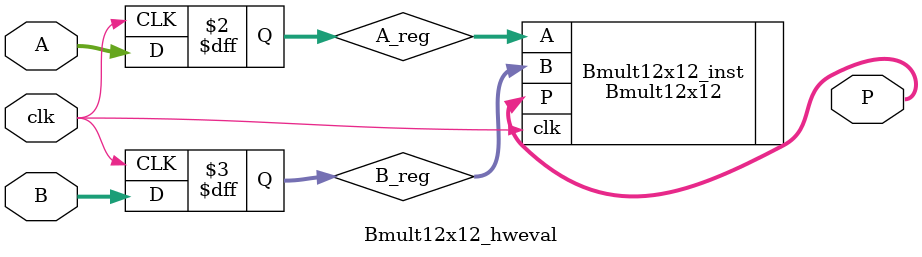
<source format=sv>
`timescale 1ns / 1ps

module Bmult12x12_hweval (
    input  logic          clk,
    input  logic [11 : 0] A,
    input  logic [11 : 0] B,
    output logic [23 : 0] P
    );

    logic [11 : 0] A_reg;
    logic [11 : 0] B_reg;

    always_ff @(posedge clk) begin
        A_reg <= A;
        B_reg <= B;
    end

    Bmult12x12 Bmult12x12_inst (
        .clk(clk  ),
        .A  (A_reg),
        .B  (B_reg),
        .P  (P    ));

endmodule
</source>
